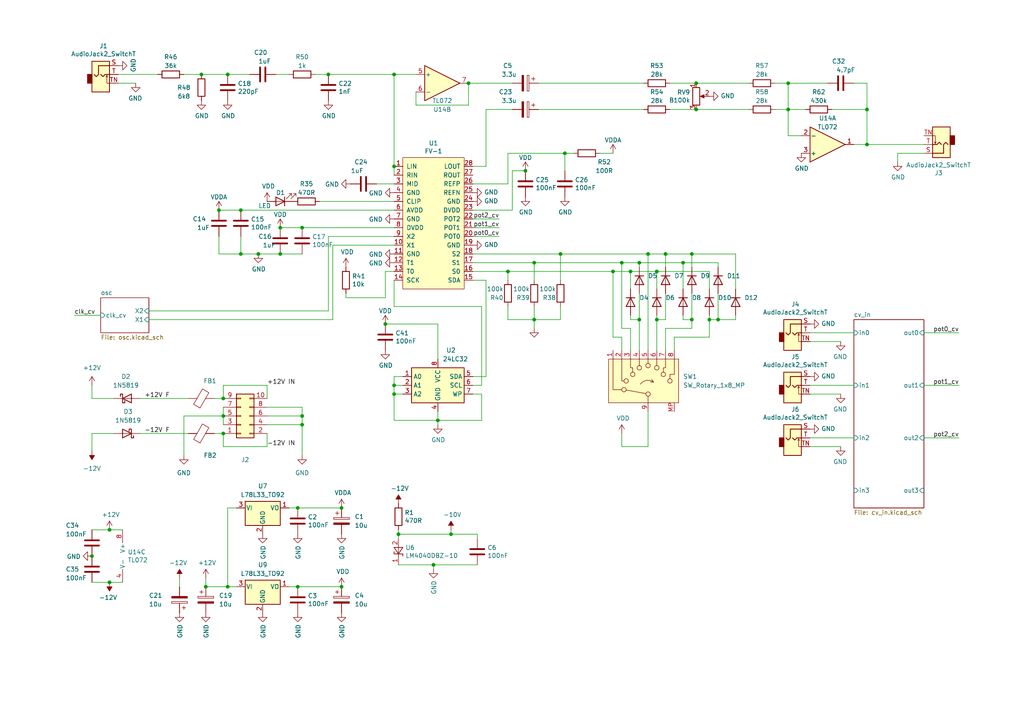
<source format=kicad_sch>
(kicad_sch (version 20250114) (generator "eeschema") (generator_version "9.0")
  (paper "A4")
  (title_block (title "Octofex") (date "2026-02-09") (rev "1"))
  (lib_symbols
    (symbol "Amplifier_Operational:TL072" (pin_names (offset 0.127))
      (property "Reference" "U" (at 0 5.08 0))
      (property "Value" "TL072" (at 0 -5.08 0))
      (symbol "TL072_1_1"
        (pin input line (at -7.62 2.54 0) (length 2.54) (name "+") (number "3"))
        (pin input line (at -7.62 -2.54 0) (length 2.54) (name "-") (number "2"))
        (pin output line (at 7.62 0 180) (length 2.54) (name "~") (number "1"))
      )
      (symbol "TL072_2_1"
        (pin input line (at -7.62 2.54 0) (length 2.54) (name "+") (number "5"))
        (pin input line (at -7.62 -2.54 0) (length 2.54) (name "-") (number "6"))
        (pin output line (at 7.62 0 180) (length 2.54) (name "~") (number "7"))
      )
      (symbol "TL072_3_1"
        (pin power_in line (at -2.54 7.62 270) (length 3.81) (name "V+") (number "8"))
        (pin power_in line (at -2.54 -7.62 90) (length 3.81) (name "V-") (number "4"))
      )
    )
    (symbol "Connector_Generic:Conn_02x05_Odd_Even" (pin_names (offset 1.016) (hide yes))
      (property "Reference" "J" (at 1.27 7.62 0))
      (property "Value" "Conn_02x05_Odd_Even" (at 1.27 -7.62 0))
      (symbol "Conn_02x05_Odd_Even_1_1"
        (pin passive line (at -5.08 5.08 0) (length 3.81) (name "Pin_1") (number "1"))
        (pin passive line (at -5.08 2.54 0) (length 3.81) (name "Pin_3") (number "3"))
        (pin passive line (at -5.08 0 0) (length 3.81) (name "Pin_5") (number "5"))
        (pin passive line (at -5.08 -2.54 0) (length 3.81) (name "Pin_7") (number "7"))
        (pin passive line (at -5.08 -5.08 0) (length 3.81) (name "Pin_9") (number "9"))
        (pin passive line (at 7.62 5.08 180) (length 3.81) (name "Pin_2") (number "2"))
        (pin passive line (at 7.62 2.54 180) (length 3.81) (name "Pin_4") (number "4"))
        (pin passive line (at 7.62 0 180) (length 3.81) (name "Pin_6") (number "6"))
        (pin passive line (at 7.62 -2.54 180) (length 3.81) (name "Pin_8") (number "8"))
        (pin passive line (at 7.62 -5.08 180) (length 3.81) (name "Pin_10") (number "10"))
      )
    )
    (symbol "Device:C" (pin_numbers (hide yes)) (pin_names (offset 0.254))
      (property "Reference" "C" (at 0.635 2.54 0))
      (property "Value" "C" (at 0.635 -2.54 0))
      (symbol "C_1_1"
        (pin passive line (at 0 3.81 270) (length 2.794) (name "~") (number "1"))
        (pin passive line (at 0 -3.81 90) (length 2.794) (name "~") (number "2"))
      )
    )
    (symbol "Device:C_Polarized" (pin_numbers (hide yes)) (pin_names (offset 0.254))
      (property "Reference" "C" (at 0.635 2.54 0))
      (property "Value" "C_Polarized" (at 0.635 -2.54 0))
      (symbol "C_Polarized_1_1"
        (pin passive line (at 0 3.81 270) (length 2.794) (name "~") (number "1"))
        (pin passive line (at 0 -3.81 90) (length 2.794) (name "~") (number "2"))
      )
    )
    (symbol "Device:FerriteBead" (pin_numbers (hide yes)) (pin_names (offset 0))
      (property "Reference" "FB" (at -3.81 0.635 90))
      (property "Value" "FerriteBead" (at 3.81 0 90))
      (symbol "FerriteBead_1_1"
        (pin passive line (at 0 3.81 270) (length 2.54) (name "~") (number "1"))
        (pin passive line (at 0 -3.81 90) (length 2.54) (name "~") (number "2"))
      )
    )
    (symbol "Device:LED" (pin_numbers (hide yes)) (pin_names (offset 1.016) (hide yes))
      (property "Reference" "D" (at 0 2.54 0))
      (property "Value" "LED" (at 0 -2.54 0))
      (symbol "LED_1_1"
        (pin passive line (at -3.81 0 0) (length 2.54) (name "K") (number "1"))
        (pin passive line (at 3.81 0 180) (length 2.54) (name "A") (number "2"))
      )
    )
    (symbol "Device:R" (pin_numbers (hide yes)) (pin_names (offset 0))
      (property "Reference" "R" (at 2.032 0 90))
      (property "Value" "R" (at 0 0 90))
      (symbol "R_1_1"
        (pin passive line (at 0 3.81 270) (length 1.27) (name "~") (number "1"))
        (pin passive line (at 0 -3.81 90) (length 1.27) (name "~") (number "2"))
      )
    )
    (symbol "Diode:1N4148W" (pin_numbers (hide yes)) (pin_names (hide yes))
      (property "Reference" "D" (at 0 2.54 0))
      (property "Value" "1N4148W" (at 0 -2.54 0))
      (symbol "1N4148W_1_1"
        (pin passive line (at -3.81 0 0) (length 2.54) (name "K") (number "1"))
        (pin passive line (at 3.81 0 180) (length 2.54) (name "A") (number "2"))
      )
    )
    (symbol "Diode:1N5819" (pin_numbers (hide yes)) (pin_names (offset 1.016) (hide yes))
      (property "Reference" "D" (at 0 2.54 0))
      (property "Value" "1N5819" (at 0 -2.54 0))
      (symbol "1N5819_1_1"
        (pin passive line (at -3.81 0 0) (length 2.54) (name "K") (number "1"))
        (pin passive line (at 3.81 0 180) (length 2.54) (name "A") (number "2"))
      )
    )
    (symbol "FV1-rescue:AudioJack2_SwitchT-Connector"
      (property "Reference" "J" (at 0 8.89 0))
      (property "Value" "Connector_AudioJack2_SwitchT" (at 0 6.35 0))
      (symbol "AudioJack2_SwitchT-Connector_1_1"
        (pin passive line (at 5.08 2.54 180) (length 2.54) (name "~") (number "S"))
        (pin passive line (at 5.08 0 180) (length 2.54) (name "~") (number "T"))
        (pin passive line (at 5.08 -2.54 180) (length 2.54) (name "~") (number "TN"))
      )
    )
    (symbol "FV1-rescue:FV-1-benou-audio" (pin_names (offset 1.016))
      (property "Reference" "U" (at -7.62 19.05 0))
      (property "Value" "benou-audio_FV-1" (at 6.35 19.05 0))
      (symbol "FV-1-benou-audio_1_1"
        (pin input line (at -11.43 15.24 0) (length 2.54) (name "LIN") (number "1"))
        (pin input line (at -11.43 12.7 0) (length 2.54) (name "RIN") (number "2"))
        (pin output line (at -11.43 10.16 0) (length 2.54) (name "MID") (number "3"))
        (pin power_in line (at -11.43 7.62 0) (length 2.54) (name "GND") (number "4"))
        (pin open_collector line (at -11.43 5.08 0) (length 2.54) (name "CLIP") (number "5"))
        (pin power_in line (at -11.43 2.54 0) (length 2.54) (name "AVDD") (number "6"))
        (pin power_in line (at -11.43 0 0) (length 2.54) (name "GND") (number "7"))
        (pin power_in line (at -11.43 -2.54 0) (length 2.54) (name "DVDD") (number "8"))
        (pin passive line (at -11.43 -5.08 0) (length 2.54) (name "X2") (number "9"))
        (pin passive line (at -11.43 -7.62 0) (length 2.54) (name "X1") (number "10"))
        (pin power_in line (at -11.43 -10.16 0) (length 2.54) (name "GND") (number "11"))
        (pin input line (at -11.43 -12.7 0) (length 2.54) (name "T1") (number "12"))
        (pin input line (at -11.43 -15.24 0) (length 2.54) (name "T0") (number "13"))
        (pin output line (at -11.43 -17.78 0) (length 2.54) (name "SCK") (number "14"))
        (pin output line (at 11.43 15.24 180) (length 2.54) (name "LOUT") (number "28"))
        (pin output line (at 11.43 12.7 180) (length 2.54) (name "ROUT") (number "27"))
        (pin output line (at 11.43 10.16 180) (length 2.54) (name "REFP") (number "26"))
        (pin output line (at 11.43 7.62 180) (length 2.54) (name "REFN") (number "25"))
        (pin power_in line (at 11.43 5.08 180) (length 2.54) (name "GND") (number "24"))
        (pin power_in line (at 11.43 2.54 180) (length 2.54) (name "DVDD") (number "23"))
        (pin input line (at 11.43 0 180) (length 2.54) (name "POT2") (number "22"))
        (pin input line (at 11.43 -2.54 180) (length 2.54) (name "POT1") (number "21"))
        (pin input line (at 11.43 -5.08 180) (length 2.54) (name "POT0") (number "20"))
        (pin power_in line (at 11.43 -7.62 180) (length 2.54) (name "GND") (number "19"))
        (pin input line (at 11.43 -10.16 180) (length 2.54) (name "S2") (number "18"))
        (pin input line (at 11.43 -12.7 180) (length 2.54) (name "S1") (number "17"))
        (pin input line (at 11.43 -15.24 180) (length 2.54) (name "S0") (number "16"))
        (pin bidirectional line (at 11.43 -17.78 180) (length 2.54) (name "SDA") (number "15"))
      )
    )
    (symbol "FV1-rescue:R_POT-Device" (pin_names (offset 1.016) (hide yes))
      (property "Reference" "RV" (at -4.445 0 90))
      (property "Value" "Device_R_POT" (at -2.54 0 90))
      (symbol "R_POT-Device_1_1"
        (pin passive line (at 0 3.81 270) (length 1.27) (name "1") (number "1"))
        (pin passive line (at 0 -3.81 90) (length 1.27) (name "3") (number "3"))
        (pin passive line (at 3.81 0 180) (length 1.27) (name "2") (number "2"))
      )
    )
    (symbol "Memory_EEPROM:24LC32"
      (property "Reference" "U" (at -6.35 6.35 0))
      (property "Value" "24LC32" (at 1.27 6.35 0))
      (symbol "24LC32_1_1"
        (pin input line (at -10.16 2.54 0) (length 2.54) (name "A0") (number "1"))
        (pin input line (at -10.16 0 0) (length 2.54) (name "A1") (number "2"))
        (pin input line (at -10.16 -2.54 0) (length 2.54) (name "A2") (number "3"))
        (pin power_in line (at 0 7.62 270) (length 2.54) (name "VCC") (number "8"))
        (pin power_in line (at 0 -7.62 90) (length 2.54) (name "GND") (number "4"))
        (pin bidirectional line (at 10.16 2.54 180) (length 2.54) (name "SDA") (number "5"))
        (pin input line (at 10.16 0 180) (length 2.54) (name "SCL") (number "6"))
        (pin input line (at 10.16 -2.54 180) (length 2.54) (name "WP") (number "7"))
      )
    )
    (symbol "Reference_Voltage:LM4040DBZ-10" (pin_names (offset 0.0254) (hide yes))
      (property "Reference" "U" (at 0 2.54 0))
      (property "Value" "LM4040DBZ-10" (at 0 -3.175 0))
      (symbol "LM4040DBZ-10_1_1"
        (pin passive line (at -3.81 0 0) (length 2.54) (name "A") (number "2"))
        (pin passive line (at 3.81 0 180) (length 2.54) (name "K") (number "1"))
      )
    )
    (symbol "Regulator_Linear:L78L33_TO92" (pin_names (offset 0.254))
      (property "Reference" "U" (at -3.81 3.175 0))
      (property "Value" "L78L33_TO92" (at 0 3.175 0))
      (symbol "L78L33_TO92_1_1"
        (pin power_in line (at -7.62 0 0) (length 2.54) (name "VI") (number "3"))
        (pin power_in line (at 0 -7.62 90) (length 2.54) (name "GND") (number "2"))
        (pin power_out line (at 7.62 0 180) (length 2.54) (name "VO") (number "1"))
      )
    )
    (symbol "Switch:SW_Rotary_1x8_MP" (pin_names (hide yes))
      (property "Reference" "SW" (at 0 12.7 0))
      (property "Value" "SW_Rotary_1x8_MP" (at 10.16 -10.16 0))
      (symbol "SW_Rotary_1x8_MP_1_1"
        (pin passive line (at -10.16 0 0) (length 2.54) (name "") (number "9"))
        (pin passive line (at -10.16 -7.62 0) (length 2.54) (name "") (number "MP"))
        (pin passive line (at 7.62 10.16 180) (length 2.54) (name "") (number "1"))
        (pin passive line (at 7.62 7.62 180) (length 2.54) (name "") (number "2"))
        (pin passive line (at 7.62 5.08 180) (length 2.54) (name "") (number "3"))
        (pin passive line (at 7.62 2.54 180) (length 2.54) (name "") (number "4"))
        (pin passive line (at 7.62 0 180) (length 2.54) (name "") (number "5"))
        (pin passive line (at 7.62 -2.54 180) (length 2.54) (name "") (number "6"))
        (pin passive line (at 7.62 -5.08 180) (length 2.54) (name "") (number "7"))
        (pin passive line (at 7.62 -7.62 180) (length 2.54) (name "") (number "8"))
      )
    )
    (symbol "power:+12V" (power) (pin_names (offset 0))
      (property "Value" "+12V" (at 0 3.556 0))
      (symbol "+12V_1_1"
        (pin power_in line (at 0 0 90) (length 0) (hide yes) (name "+12V") (number "1"))
      )
    )
    (symbol "power:-10V" (power) (pin_names (offset 0))
      (property "Value" "-10V" (at 0 3.81 0))
      (symbol "-10V_0_0"
        (pin power_in line (at 0 0 90) (length 0) (hide yes) (name "-10V") (number "1"))
      )
    )
    (symbol "power:-12V" (power) (pin_names (offset 0))
      (property "Value" "-12V" (at 0 3.81 0))
      (symbol "-12V_0_0"
        (pin power_in line (at 0 0 90) (length 0) (hide yes) (name "-12V") (number "1"))
      )
    )
    (symbol "power:GND" (power) (pin_names (offset 0))
      (property "Value" "GND" (at 0 -3.81 0))
      (symbol "GND_1_1"
        (pin power_in line (at 0 0 270) (length 0) (hide yes) (name "GND") (number "1"))
      )
    )
    (symbol "power:VDD" (power) (pin_names (offset 0))
      (property "Value" "VDD" (at 0 3.81 0))
      (symbol "VDD_1_1"
        (pin power_in line (at 0 0 90) (length 0) (hide yes) (name "VDD") (number "1"))
      )
    )
    (symbol "power:VDDA" (power) (pin_names (offset 0))
      (property "Value" "VDDA" (at 0 3.81 0))
      (symbol "VDDA_1_1"
        (pin power_in line (at 0 0 90) (length 0) (hide yes) (name "VDDA") (number "1"))
      )
    )
  )
  (junction (at 154.94 76.2))
  (junction (at 185.42 92.71))
  (junction (at 180.34 76.2))
  (junction (at 152.4 49.53))
  (junction (at 228.6 31.75))
  (junction (at 198.12 76.2))
  (junction (at 111.76 93.98))
  (junction (at 64.77 125.73))
  (junction (at 58.42 21.59))
  (junction (at 127 121.92))
  (junction (at 99.06 147.32))
  (junction (at 81.28 66.04))
  (junction (at 185.42 76.2))
  (junction (at 87.63 66.04))
  (junction (at 200.66 92.71))
  (junction (at 59.69 170.18))
  (junction (at 64.77 120.65))
  (junction (at 162.56 73.66))
  (junction (at 81.28 73.66))
  (junction (at 87.63 120.65))
  (junction (at 87.63 123.19))
  (junction (at 114.3 111.76))
  (junction (at 147.32 78.74))
  (junction (at 31.75 153.67))
  (junction (at 114.3 21.59))
  (junction (at 74.93 73.66))
  (junction (at 193.04 73.66))
  (junction (at 251.46 41.91))
  (junction (at 95.25 21.59))
  (junction (at 190.5 92.71))
  (junction (at 163.83 44.45))
  (junction (at 66.04 170.18))
  (junction (at 86.36 147.32))
  (junction (at 182.88 78.74))
  (junction (at 69.85 73.66))
  (junction (at 26.67 161.29))
  (junction (at 99.06 170.18))
  (junction (at 190.5 78.74))
  (junction (at 200.66 73.66))
  (junction (at 86.36 170.18))
  (junction (at 31.75 168.91))
  (junction (at 187.96 73.66))
  (junction (at 114.3 48.26))
  (junction (at 177.8 78.74))
  (junction (at 135.89 24.13))
  (junction (at 201.93 24.13))
  (junction (at 69.85 60.96))
  (junction (at 154.94 92.71))
  (junction (at 115.57 154.94))
  (junction (at 66.04 21.59))
  (junction (at 208.28 92.71))
  (junction (at 228.6 24.13))
  (junction (at 251.46 31.75))
  (junction (at 201.93 31.75))
  (junction (at 114.3 114.3))
  (junction (at 130.81 154.94))
  (junction (at 64.77 115.57))
  (junction (at 63.5 60.96))
  (junction (at 205.74 92.71))
  (junction (at 125.73 163.83))
  (wire (pts (xy 135.89 24.13) (xy 148.59 24.13)))
  (wire (pts (xy 200.66 85.09) (xy 200.66 92.71)))
  (wire (pts (xy 68.58 147.32) (xy 66.04 147.32)))
  (wire (pts (xy 115.57 154.94) (xy 115.57 156.21)))
  (wire (pts (xy 140.97 48.26) (xy 140.97 31.75)))
  (wire (pts (xy 208.28 85.09) (xy 208.28 92.71)))
  (wire (pts (xy 114.3 114.3) (xy 114.3 121.92)))
  (wire (pts (xy 278.13 127) (xy 267.97 127)))
  (wire (pts (xy 137.16 114.3) (xy 139.7 114.3)))
  (wire (pts (xy 200.66 73.66) (xy 193.04 73.66)))
  (wire (pts (xy 144.78 66.04) (xy 137.16 66.04)))
  (wire (pts (xy 21.59 91.44) (xy 29.21 91.44)))
  (wire (pts (xy 198.12 83.82) (xy 198.12 76.2)))
  (wire (pts (xy 114.3 21.59) (xy 120.65 21.59)))
  (wire (pts (xy 190.5 91.44) (xy 190.5 92.71)))
  (wire (pts (xy 140.97 81.28) (xy 140.97 109.22)))
  (wire (pts (xy 111.76 93.98) (xy 127 93.98)))
  (wire (pts (xy 63.5 68.58) (xy 63.5 73.66)))
  (wire (pts (xy 194.31 31.75) (xy 201.93 31.75)))
  (wire (pts (xy 77.47 111.76) (xy 64.77 111.76)))
  (wire (pts (xy 228.6 24.13) (xy 224.79 24.13)))
  (wire (pts (xy 137.16 48.26) (xy 140.97 48.26)))
  (wire (pts (xy 147.32 78.74) (xy 177.8 78.74)))
  (wire (pts (xy 95.25 68.58) (xy 114.3 68.58)))
  (wire (pts (xy 114.3 121.92) (xy 127 121.92)))
  (wire (pts (xy 154.94 76.2) (xy 154.94 81.28)))
  (wire (pts (xy 87.63 66.04) (xy 81.28 66.04)))
  (wire (pts (xy 137.16 81.28) (xy 140.97 81.28)))
  (wire (pts (xy 180.34 125.73) (xy 180.34 129.54)))
  (wire (pts (xy 148.59 49.53) (xy 152.4 49.53)))
  (wire (pts (xy 198.12 92.71) (xy 200.66 92.71)))
  (wire (pts (xy 193.04 77.47) (xy 193.04 73.66)))
  (wire (pts (xy 95.25 21.59) (xy 114.3 21.59)))
  (wire (pts (xy 251.46 24.13) (xy 247.65 24.13)))
  (wire (pts (xy 200.66 92.71) (xy 200.66 95.25)))
  (wire (pts (xy 154.94 92.71) (xy 154.94 95.25)))
  (wire (pts (xy 234.95 127) (xy 247.65 127)))
  (wire (pts (xy 77.47 129.54) (xy 64.77 129.54)))
  (wire (pts (xy 137.16 109.22) (xy 140.97 109.22)))
  (wire (pts (xy 193.04 95.25) (xy 193.04 101.6)))
  (wire (pts (xy 74.93 73.66) (xy 81.28 73.66)))
  (wire (pts (xy 193.04 92.71) (xy 190.5 92.71)))
  (wire (pts (xy 182.88 101.6) (xy 182.88 95.25)))
  (wire (pts (xy 200.66 77.47) (xy 200.66 73.66)))
  (wire (pts (xy 137.16 78.74) (xy 147.32 78.74)))
  (wire (pts (xy 135.89 30.48) (xy 135.89 24.13)))
  (wire (pts (xy 278.13 111.76) (xy 267.97 111.76)))
  (wire (pts (xy 180.34 101.6) (xy 180.34 97.79)))
  (wire (pts (xy 77.47 123.19) (xy 87.63 123.19)))
  (wire (pts (xy 40.64 115.57) (xy 54.61 115.57)))
  (wire (pts (xy 162.56 73.66) (xy 162.56 81.28)))
  (wire (pts (xy 111.76 86.36) (xy 111.76 78.74)))
  (wire (pts (xy 69.85 60.96) (xy 114.3 60.96)))
  (wire (pts (xy 87.63 123.19) (xy 87.63 132.08)))
  (wire (pts (xy 182.88 91.44) (xy 182.88 92.71)))
  (wire (pts (xy 120.65 30.48) (xy 135.89 30.48)))
  (wire (pts (xy 205.74 83.82) (xy 205.74 78.74)))
  (wire (pts (xy 144.78 63.5) (xy 137.16 63.5)))
  (wire (pts (xy 35.56 168.91) (xy 31.75 168.91)))
  (wire (pts (xy 83.82 147.32) (xy 86.36 147.32)))
  (wire (pts (xy 125.73 163.83) (xy 138.43 163.83)))
  (wire (pts (xy 111.76 78.74) (xy 114.3 78.74)))
  (wire (pts (xy 148.59 60.96) (xy 148.59 49.53)))
  (wire (pts (xy 162.56 73.66) (xy 187.96 73.66)))
  (wire (pts (xy 224.79 31.75) (xy 228.6 31.75)))
  (wire (pts (xy 180.34 76.2) (xy 180.34 95.25)))
  (wire (pts (xy 66.04 170.18) (xy 68.58 170.18)))
  (wire (pts (xy 144.78 68.58) (xy 137.16 68.58)))
  (wire (pts (xy 137.16 111.76) (xy 139.7 111.76)))
  (wire (pts (xy 114.3 50.8) (xy 114.3 48.26)))
  (wire (pts (xy 114.3 111.76) (xy 114.3 114.3)))
  (wire (pts (xy 187.96 119.38) (xy 187.96 129.54)))
  (wire (pts (xy 138.43 154.94) (xy 138.43 156.21)))
  (wire (pts (xy 34.29 24.13) (xy 39.37 24.13)))
  (wire (pts (xy 137.16 73.66) (xy 162.56 73.66)))
  (wire (pts (xy 243.84 114.3) (xy 234.95 114.3)))
  (wire (pts (xy 100.33 85.09) (xy 100.33 86.36)))
  (wire (pts (xy 190.5 78.74) (xy 182.88 78.74)))
  (wire (pts (xy 95.25 90.17) (xy 95.25 68.58)))
  (wire (pts (xy 63.5 73.66) (xy 69.85 73.66)))
  (wire (pts (xy 31.75 153.67) (xy 35.56 153.67)))
  (wire (pts (xy 100.33 86.36) (xy 111.76 86.36)))
  (wire (pts (xy 140.97 31.75) (xy 148.59 31.75)))
  (wire (pts (xy 130.81 153.67) (xy 130.81 154.94)))
  (wire (pts (xy 156.21 24.13) (xy 186.69 24.13)))
  (wire (pts (xy 33.02 125.73) (xy 26.67 125.73)))
  (wire (pts (xy 80.01 21.59) (xy 83.82 21.59)))
  (wire (pts (xy 195.58 97.79) (xy 205.74 97.79)))
  (wire (pts (xy 182.88 83.82) (xy 182.88 78.74)))
  (wire (pts (xy 208.28 92.71) (xy 205.74 92.71)))
  (wire (pts (xy 64.77 120.65) (xy 64.77 123.19)))
  (wire (pts (xy 228.6 39.37) (xy 228.6 31.75)))
  (wire (pts (xy 187.96 73.66) (xy 187.96 101.6)))
  (wire (pts (xy 185.42 76.2) (xy 180.34 76.2)))
  (wire (pts (xy 64.77 125.73) (xy 62.23 125.73)))
  (wire (pts (xy 190.5 83.82) (xy 190.5 78.74)))
  (wire (pts (xy 166.37 44.45) (xy 163.83 44.45)))
  (wire (pts (xy 147.32 92.71) (xy 154.94 92.71)))
  (wire (pts (xy 147.32 92.71) (xy 147.32 88.9)))
  (wire (pts (xy 87.63 120.65) (xy 87.63 123.19)))
  (wire (pts (xy 182.88 95.25) (xy 180.34 95.25)))
  (wire (pts (xy 34.29 21.59) (xy 45.72 21.59)))
  (wire (pts (xy 162.56 92.71) (xy 162.56 88.9)))
  (wire (pts (xy 137.16 60.96) (xy 148.59 60.96)))
  (wire (pts (xy 91.44 21.59) (xy 95.25 21.59)))
  (wire (pts (xy 52.07 167.64) (xy 52.07 170.18)))
  (wire (pts (xy 115.57 153.67) (xy 115.57 154.94)))
  (wire (pts (xy 213.36 92.71) (xy 208.28 92.71)))
  (wire (pts (xy 125.73 163.83) (xy 125.73 165.1)))
  (wire (pts (xy 63.5 60.96) (xy 69.85 60.96)))
  (wire (pts (xy 53.34 132.08) (xy 53.34 120.65)))
  (wire (pts (xy 228.6 31.75) (xy 233.68 31.75)))
  (wire (pts (xy 83.82 170.18) (xy 86.36 170.18)))
  (wire (pts (xy 213.36 73.66) (xy 200.66 73.66)))
  (wire (pts (xy 185.42 92.71) (xy 182.88 92.71)))
  (wire (pts (xy 232.41 39.37) (xy 228.6 39.37)))
  (wire (pts (xy 114.3 21.59) (xy 114.3 48.26)))
  (wire (pts (xy 86.36 170.18) (xy 99.06 170.18)))
  (wire (pts (xy 195.58 97.79) (xy 195.58 101.6)))
  (wire (pts (xy 208.28 77.47) (xy 208.28 76.2)))
  (wire (pts (xy 114.3 66.04) (xy 87.63 66.04)))
  (wire (pts (xy 228.6 24.13) (xy 240.03 24.13)))
  (wire (pts (xy 120.65 26.67) (xy 120.65 30.48)))
  (wire (pts (xy 66.04 147.32) (xy 66.04 170.18)))
  (wire (pts (xy 26.67 115.57) (xy 33.02 115.57)))
  (wire (pts (xy 86.36 147.32) (xy 99.06 147.32)))
  (wire (pts (xy 40.64 125.73) (xy 54.61 125.73)))
  (wire (pts (xy 213.36 83.82) (xy 213.36 73.66)))
  (wire (pts (xy 77.47 115.57) (xy 77.47 111.76)))
  (wire (pts (xy 180.34 129.54) (xy 187.96 129.54)))
  (wire (pts (xy 31.75 168.91) (xy 26.67 168.91)))
  (wire (pts (xy 81.28 73.66) (xy 87.63 73.66)))
  (wire (pts (xy 43.18 92.71) (xy 96.52 92.71)))
  (wire (pts (xy 59.69 170.18) (xy 66.04 170.18)))
  (wire (pts (xy 251.46 41.91) (xy 247.65 41.91)))
  (wire (pts (xy 127 104.14) (xy 127 93.98)))
  (wire (pts (xy 251.46 31.75) (xy 251.46 41.91)))
  (wire (pts (xy 92.71 58.42) (xy 114.3 58.42)))
  (wire (pts (xy 96.52 92.71) (xy 96.52 71.12)))
  (wire (pts (xy 185.42 92.71) (xy 185.42 101.6)))
  (wire (pts (xy 193.04 85.09) (xy 193.04 92.71)))
  (wire (pts (xy 130.81 154.94) (xy 138.43 154.94)))
  (wire (pts (xy 213.36 91.44) (xy 213.36 92.71)))
  (wire (pts (xy 64.77 129.54) (xy 64.77 125.73)))
  (wire (pts (xy 182.88 78.74) (xy 177.8 78.74)))
  (wire (pts (xy 77.47 125.73) (xy 77.47 129.54)))
  (wire (pts (xy 205.74 97.79) (xy 205.74 92.71)))
  (wire (pts (xy 96.52 71.12) (xy 114.3 71.12)))
  (wire (pts (xy 251.46 24.13) (xy 251.46 31.75)))
  (wire (pts (xy 114.3 88.9) (xy 114.3 81.28)))
  (wire (pts (xy 154.94 76.2) (xy 180.34 76.2)))
  (wire (pts (xy 53.34 120.65) (xy 64.77 120.65)))
  (wire (pts (xy 194.31 24.13) (xy 201.93 24.13)))
  (wire (pts (xy 26.67 153.67) (xy 31.75 153.67)))
  (wire (pts (xy 139.7 88.9) (xy 139.7 111.76)))
  (wire (pts (xy 64.77 115.57) (xy 62.23 115.57)))
  (wire (pts (xy 137.16 76.2) (xy 154.94 76.2)))
  (wire (pts (xy 77.47 118.11) (xy 87.63 118.11)))
  (wire (pts (xy 260.35 46.99) (xy 260.35 44.45)))
  (wire (pts (xy 43.18 90.17) (xy 95.25 90.17)))
  (wire (pts (xy 185.42 77.47) (xy 185.42 76.2)))
  (wire (pts (xy 87.63 118.11) (xy 87.63 120.65)))
  (wire (pts (xy 243.84 99.06) (xy 234.95 99.06)))
  (wire (pts (xy 163.83 49.53) (xy 163.83 44.45)))
  (wire (pts (xy 53.34 21.59) (xy 58.42 21.59)))
  (wire (pts (xy 228.6 24.13) (xy 228.6 31.75)))
  (wire (pts (xy 190.5 92.71) (xy 190.5 101.6)))
  (wire (pts (xy 115.57 154.94) (xy 130.81 154.94)))
  (wire (pts (xy 193.04 73.66) (xy 187.96 73.66)))
  (wire (pts (xy 69.85 68.58) (xy 69.85 73.66)))
  (wire (pts (xy 241.3 31.75) (xy 251.46 31.75)))
  (wire (pts (xy 116.84 111.76) (xy 114.3 111.76)))
  (wire (pts (xy 59.69 167.64) (xy 59.69 170.18)))
  (wire (pts (xy 114.3 109.22) (xy 114.3 111.76)))
  (wire (pts (xy 201.93 24.13) (xy 217.17 24.13)))
  (wire (pts (xy 116.84 109.22) (xy 114.3 109.22)))
  (wire (pts (xy 243.84 129.54) (xy 234.95 129.54)))
  (wire (pts (xy 114.3 114.3) (xy 116.84 114.3)))
  (wire (pts (xy 127 121.92) (xy 127 119.38)))
  (wire (pts (xy 278.13 96.52) (xy 267.97 96.52)))
  (wire (pts (xy 139.7 121.92) (xy 127 121.92)))
  (wire (pts (xy 26.67 125.73) (xy 26.67 130.81)))
  (wire (pts (xy 198.12 91.44) (xy 198.12 92.71)))
  (wire (pts (xy 147.32 44.45) (xy 163.83 44.45)))
  (wire (pts (xy 58.42 21.59) (xy 66.04 21.59)))
  (wire (pts (xy 177.8 97.79) (xy 177.8 78.74)))
  (wire (pts (xy 205.74 78.74) (xy 190.5 78.74)))
  (wire (pts (xy 127 121.92) (xy 127 123.19)))
  (wire (pts (xy 66.04 21.59) (xy 72.39 21.59)))
  (wire (pts (xy 185.42 85.09) (xy 185.42 92.71)))
  (wire (pts (xy 147.32 78.74) (xy 147.32 81.28)))
  (wire (pts (xy 26.67 111.76) (xy 26.67 115.57)))
  (wire (pts (xy 198.12 76.2) (xy 185.42 76.2)))
  (wire (pts (xy 114.3 88.9) (xy 139.7 88.9)))
  (wire (pts (xy 154.94 92.71) (xy 154.94 88.9)))
  (wire (pts (xy 193.04 95.25) (xy 200.66 95.25)))
  (wire (pts (xy 177.8 44.45) (xy 173.99 44.45)))
  (wire (pts (xy 109.22 53.34) (xy 114.3 53.34)))
  (wire (pts (xy 180.34 97.79) (xy 177.8 97.79)))
  (wire (pts (xy 234.95 111.76) (xy 247.65 111.76)))
  (wire (pts (xy 115.57 163.83) (xy 125.73 163.83)))
  (wire (pts (xy 64.77 111.76) (xy 64.77 115.57)))
  (wire (pts (xy 201.93 31.75) (xy 217.17 31.75)))
  (wire (pts (xy 234.95 96.52) (xy 247.65 96.52)))
  (wire (pts (xy 69.85 73.66) (xy 74.93 73.66)))
  (wire (pts (xy 147.32 53.34) (xy 137.16 53.34)))
  (wire (pts (xy 162.56 92.71) (xy 154.94 92.71)))
  (wire (pts (xy 208.28 76.2) (xy 198.12 76.2)))
  (wire (pts (xy 77.47 120.65) (xy 87.63 120.65)))
  (wire (pts (xy 156.21 31.75) (xy 186.69 31.75)))
  (wire (pts (xy 205.74 92.71) (xy 205.74 91.44)))
  (wire (pts (xy 147.32 44.45) (xy 147.32 53.34)))
  (wire (pts (xy 64.77 118.11) (xy 64.77 120.65)))
  (wire (pts (xy 267.97 41.91) (xy 251.46 41.91)))
  (wire (pts (xy 139.7 114.3) (xy 139.7 121.92)))
  (wire (pts (xy 260.35 44.45) (xy 267.97 44.45)))
  (label "pot2_cv" (at 144.78 63.5 180))
  (label "pot0_cv" (at 144.78 68.58 180))
  (label "+12V IN" (at 77.47 111.76 0))
  (label "pot1_cv" (at 144.78 66.04 180))
  (label "pot1_cv" (at 278.13 111.76 180))
  (label "-12V IN" (at 77.47 129.54 0))
  (label "-12V F" (at 41.91 125.73 0))
  (label "+12V F" (at 41.91 115.57 0))
  (label "pot2_cv" (at 278.13 127 180))
  (label "clk_cv" (at 21.59 91.44 0))
  (label "pot0_cv" (at 278.13 96.52 180))
  (symbol (lib_id "FV1-rescue:FV-1-benou-audio") (at 125.73 63.5 0) (unit 1)
    (property "Reference" "U1" (at 125.73 41.529 0))
    (property "Value" "FV-1" (at 125.73 43.8404 0))
    (property "Footprint" "TG:FV-1" (effects (hide yes)))
    (property "Datasheet" "http://www.spinsemi.com/Products/datasheets/spn1001/FV-1.pdf" (effects (hide yes)))
  )
  (symbol (lib_id "Memory_EEPROM:24LC32") (at 127 111.76 0) (unit 1)
    (property "Reference" "U2" (at 130.81 101.6 0))
    (property "Value" "24LC32" (at 132.08 104.14 0))
    (property "Footprint" "Package_DIP:DIP-8_W7.62mm" (effects (hide yes)))
    (property "Datasheet" "http://ww1.microchip.com/downloads/en/DeviceDoc/21072G.pdf" (effects (hide yes)))
  )
  (symbol (lib_id "FV1-rescue:AudioJack2_SwitchT-Connector") (at 29.21 21.59 0) (unit 1)
    (property "Reference" "J1" (at 30.0228 13.335 0))
    (property "Value" "AudioJack2_SwitchT" (at 30.0228 15.6464 0))
    (property "Footprint" "TG:Jack_3.5mm_QingPu_WQP-PJ398SM_Vertical_CircularHoles" (effects (hide yes)))
  )
  (symbol (lib_id "Device:C") (at 86.36 173.99 0) (unit 1)
    (property "Reference" "C3" (at 89.281 172.8216 0) (effects (justify left)))
    (property "Value" "100nF" (at 89.281 175.133 0) (effects (justify left)))
    (property "Footprint" "Capacitor_SMD:C_0805_2012Metric_Pad1.18x1.45mm_HandSolder" (effects (hide yes)))
  )
  (symbol (lib_id "Reference_Voltage:LM4040DBZ-10") (at 115.57 160.02 270) (unit 1)
    (property "Reference" "U6" (at 117.5766 158.8516 90) (effects (justify left)))
    (property "Value" "LM4040DBZ-10" (at 117.5766 161.163 90) (effects (justify left)))
    (property "Footprint" "Package_TO_SOT_SMD:SOT-23" (effects (hide yes)))
    (property "Datasheet" "http://www.ti.com/lit/ds/symlink/lm4040-n.pdf" (effects (hide yes)))
  )
  (symbol (lib_id "power:-12V") (at 115.57 146.05 0) (unit 1)
    (property "Reference" "#PWR011" (effects (hide yes)))
    (property "Value" "-12V" (at 115.951 141.6558 0))
  )
  (symbol (lib_id "Device:R") (at 115.57 149.86 0) (unit 1)
    (property "Reference" "R1" (at 117.348 148.6916 0) (effects (justify left)))
    (property "Value" "470R" (at 117.348 151.003 0) (effects (justify left)))
    (property "Footprint" "Resistor_SMD:R_0805_2012Metric_Pad1.20x1.40mm_HandSolder" (effects (hide yes)))
  )
  (symbol (lib_id "Device:C") (at 138.43 160.02 0) (unit 1)
    (property "Reference" "C6" (at 141.351 158.8516 0) (effects (justify left)))
    (property "Value" "100nF" (at 141.351 161.163 0) (effects (justify left)))
    (property "Footprint" "Capacitor_SMD:C_0805_2012Metric_Pad1.18x1.45mm_HandSolder" (effects (hide yes)))
  )
  (symbol (lib_id "power:GND") (at 125.73 165.1 0) (unit 1)
    (property "Reference" "#PWR012" (effects (hide yes)))
    (property "Value" "GND" (at 125.857 168.3512 90) (effects (justify right)))
  )
  (symbol (lib_id "Device:C") (at 86.36 151.13 0) (unit 1)
    (property "Reference" "C2" (at 89.281 149.9616 0) (effects (justify left)))
    (property "Value" "100nF" (at 89.281 152.273 0) (effects (justify left)))
    (property "Footprint" "Capacitor_SMD:C_0805_2012Metric_Pad1.18x1.45mm_HandSolder" (effects (hide yes)))
  )
  (symbol (lib_id "power:+12V") (at 59.69 167.64 0) (unit 1)
    (property "Reference" "#PWR01" (effects (hide yes)))
    (property "Value" "+12V" (at 60.071 163.2458 0))
  )
  (symbol (lib_id "power:GND") (at 59.69 177.8 0) (unit 1)
    (property "Reference" "#PWR02" (effects (hide yes)))
    (property "Value" "GND" (at 59.817 181.0512 90) (effects (justify right)))
  )
  (symbol (lib_id "power:GND") (at 76.2 177.8 0) (unit 1)
    (property "Reference" "#PWR04" (effects (hide yes)))
    (property "Value" "GND" (at 76.327 181.0512 90) (effects (justify right)))
  )
  (symbol (lib_id "power:GND") (at 86.36 177.8 0) (unit 1)
    (property "Reference" "#PWR06" (effects (hide yes)))
    (property "Value" "GND" (at 86.487 181.0512 90) (effects (justify right)))
  )
  (symbol (lib_id "power:GND") (at 99.06 177.8 0) (unit 1)
    (property "Reference" "#PWR010" (effects (hide yes)))
    (property "Value" "GND" (at 99.187 181.0512 90) (effects (justify right)))
  )
  (symbol (lib_id "power:GND") (at 99.06 154.94 0) (unit 1)
    (property "Reference" "#PWR08" (effects (hide yes)))
    (property "Value" "GND" (at 99.187 158.1912 90) (effects (justify right)))
  )
  (symbol (lib_id "power:GND") (at 86.36 154.94 0) (unit 1)
    (property "Reference" "#PWR05" (effects (hide yes)))
    (property "Value" "GND" (at 86.487 158.1912 90) (effects (justify right)))
  )
  (symbol (lib_id "power:GND") (at 76.2 154.94 0) (unit 1)
    (property "Reference" "#PWR03" (effects (hide yes)))
    (property "Value" "GND" (at 76.327 158.1912 90) (effects (justify right)))
  )
  (symbol (lib_id "power:VDDA") (at 99.06 147.32 0) (unit 1)
    (property "Reference" "#PWR07" (effects (hide yes)))
    (property "Value" "VDDA" (at 99.441 142.9258 0))
  )
  (symbol (lib_id "power:VDD") (at 99.06 170.18 0) (unit 1)
    (property "Reference" "#PWR09" (effects (hide yes)))
    (property "Value" "VDD" (at 99.441 165.7858 0))
  )
  (symbol (lib_id "FV1-rescue:AudioJack2_SwitchT-Connector") (at 229.87 96.52 0) (unit 1)
    (property "Reference" "J4" (at 230.6828 88.265 0))
    (property "Value" "AudioJack2_SwitchT" (at 230.6828 90.5764 0))
    (property "Footprint" "TG:Jack_3.5mm_QingPu_WQP-PJ398SM_Vertical_CircularHoles" (effects (hide yes)))
  )
  (symbol (lib_id "FV1-rescue:AudioJack2_SwitchT-Connector") (at 229.87 111.76 0) (unit 1)
    (property "Reference" "J5" (at 230.6828 103.505 0))
    (property "Value" "AudioJack2_SwitchT" (at 230.6828 105.8164 0))
    (property "Footprint" "TG:Jack_3.5mm_QingPu_WQP-PJ398SM_Vertical_CircularHoles" (effects (hide yes)))
  )
  (symbol (lib_id "FV1-rescue:AudioJack2_SwitchT-Connector") (at 229.87 127 0) (unit 1)
    (property "Reference" "J6" (at 230.6828 118.745 0))
    (property "Value" "AudioJack2_SwitchT" (at 230.6828 121.0564 0))
    (property "Footprint" "TG:Jack_3.5mm_QingPu_WQP-PJ398SM_Vertical_CircularHoles" (effects (hide yes)))
  )
  (symbol (lib_id "power:-10V") (at 130.81 153.67 0) (unit 1)
    (property "Reference" "#PWR017" (effects (hide yes)))
    (property "Value" "-10V" (at 131.191 149.2758 0))
  )
  (symbol (lib_id "Device:C") (at 111.76 97.79 0) (unit 1)
    (property "Reference" "C41" (at 114.681 96.6216 0) (effects (justify left)))
    (property "Value" "100nF" (at 114.681 98.933 0) (effects (justify left)))
    (property "Footprint" "Capacitor_SMD:C_0805_2012Metric_Pad1.18x1.45mm_HandSolder" (effects (hide yes)))
  )
  (symbol (lib_id "power:VDD") (at 111.76 93.98 0) (unit 1)
    (property "Reference" "#PWR080" (effects (hide yes)))
    (property "Value" "VDD" (at 111.76 90.17 0))
  )
  (symbol (lib_id "power:GND") (at 111.76 101.6 0) (unit 1)
    (property "Reference" "#PWR081" (effects (hide yes)))
    (property "Value" "GND" (at 111.887 105.9942 0))
  )
  (symbol (lib_id "Device:R") (at 162.56 85.09 180) (unit 1)
    (property "Reference" "R38" (at 161.29 86.36 0) (effects (justify left)))
    (property "Value" "100k" (at 161.29 83.82 0) (effects (justify left)))
    (property "Footprint" "Resistor_SMD:R_0805_2012Metric_Pad1.20x1.40mm_HandSolder" (effects (hide yes)))
  )
  (symbol (lib_id "Device:R") (at 154.94 85.09 180) (unit 1)
    (property "Reference" "R39" (at 153.67 86.36 0) (effects (justify left)))
    (property "Value" "100k" (at 153.67 83.82 0) (effects (justify left)))
    (property "Footprint" "Resistor_SMD:R_0805_2012Metric_Pad1.20x1.40mm_HandSolder" (effects (hide yes)))
  )
  (symbol (lib_id "Device:R") (at 147.32 85.09 180) (unit 1)
    (property "Reference" "R40" (at 146.05 86.36 0) (effects (justify left)))
    (property "Value" "100k" (at 146.05 83.82 0) (effects (justify left)))
    (property "Footprint" "Resistor_SMD:R_0805_2012Metric_Pad1.20x1.40mm_HandSolder" (effects (hide yes)))
  )
  (symbol (lib_id "power:GND") (at 127 123.19 0) (unit 1)
    (property "Reference" "#PWR0111" (effects (hide yes)))
    (property "Value" "GND" (at 127.127 127.5842 0))
  )
  (symbol (lib_id "power:GND") (at 243.84 129.54 0) (mirror y) (unit 1)
    (property "Reference" "#PWR087" (effects (hide yes)))
    (property "Value" "GND" (at 243.713 133.9342 0))
  )
  (symbol (lib_id "power:GND") (at 243.84 114.3 0) (mirror y) (unit 1)
    (property "Reference" "#PWR086" (effects (hide yes)))
    (property "Value" "GND" (at 243.713 118.6942 0))
  )
  (symbol (lib_id "power:GND") (at 243.84 99.06 0) (mirror y) (unit 1)
    (property "Reference" "#PWR085" (effects (hide yes)))
    (property "Value" "GND" (at 243.713 103.4542 0))
  )
  (symbol (lib_id "power:GND") (at 39.37 24.13 0) (mirror y) (unit 1)
    (property "Reference" "#PWR084" (effects (hide yes)))
    (property "Value" "GND" (at 39.243 28.5242 0))
  )
  (symbol (lib_id "power:GND") (at 137.16 71.12 90) (unit 1)
    (property "Reference" "#PWR0125" (effects (hide yes)))
    (property "Value" "GND" (at 140.4112 70.993 90) (effects (justify right)))
  )
  (symbol (lib_id "power:GND") (at 114.3 63.5 270) (unit 1)
    (property "Reference" "#PWR0126" (effects (hide yes)))
    (property "Value" "GND" (at 111.0488 63.627 90) (effects (justify right)))
  )
  (symbol (lib_id "power:GND") (at 114.3 73.66 270) (unit 1)
    (property "Reference" "#PWR0127" (effects (hide yes)))
    (property "Value" "GND" (at 111.0488 73.787 90) (effects (justify right)))
  )
  (symbol (lib_id "power:GND") (at 114.3 76.2 270) (unit 1)
    (property "Reference" "#PWR0128" (effects (hide yes)))
    (property "Value" "GND" (at 111.0488 76.327 90) (effects (justify right)))
  )
  (symbol (lib_id "power:GND") (at 137.16 58.42 90) (unit 1)
    (property "Reference" "#PWR0129" (effects (hide yes)))
    (property "Value" "GND" (at 140.4112 58.293 90) (effects (justify right)))
  )
  (symbol (lib_id "power:GND") (at 114.3 55.88 270) (unit 1)
    (property "Reference" "#PWR0130" (effects (hide yes)))
    (property "Value" "GND" (at 111.0488 56.007 90) (effects (justify right)))
  )
  (symbol (lib_id "Device:LED") (at 81.28 58.42 180) (unit 1)
    (property "Reference" "D1" (at 80.01 55.88 0) (effects (justify right)))
    (property "Value" "LED" (at 74.93 59.69 0) (effects (justify right)))
    (property "Footprint" "LED_THT:LED_D3.0mm" (effects (hide yes)))
  )
  (symbol (lib_id "Device:R") (at 88.9 58.42 90) (unit 1)
    (property "Reference" "R35" (at 88.9 53.34 90))
    (property "Value" "470R" (at 88.9 55.88 90))
    (property "Footprint" "Resistor_SMD:R_0805_2012Metric_Pad1.20x1.40mm_HandSolder" (effects (hide yes)))
  )
  (symbol (lib_id "Device:R") (at 100.33 81.28 0) (unit 1)
    (property "Reference" "R41" (at 102.108 80.1116 0) (effects (justify left)))
    (property "Value" "10k" (at 102.108 82.423 0) (effects (justify left)))
    (property "Footprint" "Resistor_SMD:R_0805_2012Metric_Pad1.20x1.40mm_HandSolder" (effects (hide yes)))
  )
  (symbol (lib_id "power:VDD") (at 77.47 58.42 0) (unit 1)
    (property "Reference" "#PWR031" (effects (hide yes)))
    (property "Value" "VDD" (at 77.851 54.0258 0))
  )
  (symbol (lib_id "power:VDD") (at 100.33 77.47 0) (unit 1)
    (property "Reference" "#PWR033" (effects (hide yes)))
    (property "Value" "VDD" (at 100.711 73.0758 0))
  )
  (symbol (lib_id "power:GND") (at 234.95 93.98 90) (unit 1)
    (property "Reference" "#PWR041" (effects (hide yes)))
    (property "Value" "GND" (at 238.2012 93.853 90) (effects (justify right)))
  )
  (symbol (lib_id "power:GND") (at 234.95 109.22 90) (unit 1)
    (property "Reference" "#PWR042" (effects (hide yes)))
    (property "Value" "GND" (at 238.2012 109.093 90) (effects (justify right)))
  )
  (symbol (lib_id "power:GND") (at 234.95 124.46 90) (unit 1)
    (property "Reference" "#PWR043" (effects (hide yes)))
    (property "Value" "GND" (at 238.2012 124.333 90) (effects (justify right)))
  )
  (symbol (lib_id "Device:C") (at 87.63 69.85 0) (unit 1)
    (property "Reference" "C17" (at 90.551 68.6816 0) (effects (justify left)))
    (property "Value" "100nF" (at 90.551 70.993 0) (effects (justify left)))
    (property "Footprint" "Capacitor_SMD:C_0805_2012Metric_Pad1.18x1.45mm_HandSolder" (effects (hide yes)))
  )
  (symbol (lib_id "Device:C") (at 81.28 69.85 0) (unit 1)
    (property "Reference" "C16" (at 74.93 68.58 0) (effects (justify left)))
    (property "Value" "1uF" (at 76.2 71.12 0) (effects (justify left)))
    (property "Footprint" "Capacitor_SMD:C_0805_2012Metric_Pad1.18x1.45mm_HandSolder" (effects (hide yes)))
  )
  (symbol (lib_id "Device:C") (at 69.85 64.77 0) (unit 1)
    (property "Reference" "C15" (at 72.771 63.6016 0) (effects (justify left)))
    (property "Value" "100nF" (at 72.771 65.913 0) (effects (justify left)))
    (property "Footprint" "Capacitor_SMD:C_0805_2012Metric_Pad1.18x1.45mm_HandSolder" (effects (hide yes)))
  )
  (symbol (lib_id "Device:C") (at 63.5 64.77 0) (unit 1)
    (property "Reference" "C14" (at 55.88 63.5 0) (effects (justify left)))
    (property "Value" "1uF" (at 57.15 66.04 0) (effects (justify left)))
    (property "Footprint" "Capacitor_SMD:C_0805_2012Metric_Pad1.18x1.45mm_HandSolder" (effects (hide yes)))
  )
  (symbol (lib_id "power:GND") (at 74.93 73.66 0) (unit 1)
    (property "Reference" "#PWR0107" (effects (hide yes)))
    (property "Value" "GND" (at 75.057 78.0542 0))
  )
  (symbol (lib_id "power:VDDA") (at 63.5 60.96 0) (unit 1)
    (property "Reference" "#PWR0108" (effects (hide yes)))
    (property "Value" "VDDA" (at 63.5 57.15 0))
  )
  (symbol (lib_id "power:VDD") (at 81.28 66.04 0) (unit 1)
    (property "Reference" "#PWR0119" (effects (hide yes)))
    (property "Value" "VDD" (at 81.28 62.23 0))
  )
  (symbol (lib_id "power:GND") (at 34.29 19.05 90) (unit 1)
    (property "Reference" "#PWR0122" (effects (hide yes)))
    (property "Value" "GND" (at 38.6842 18.923 0))
  )
  (symbol (lib_id "Device:R") (at 49.53 21.59 90) (unit 1)
    (property "Reference" "R46" (at 49.53 16.51 90))
    (property "Value" "36k" (at 49.53 19.05 90))
    (property "Footprint" "Resistor_SMD:R_0805_2012Metric_Pad1.20x1.40mm_HandSolder" (effects (hide yes)))
  )
  (symbol (lib_id "Device:R") (at 58.42 25.4 180) (unit 1)
    (property "Reference" "R48" (at 53.34 25.4 0))
    (property "Value" "6k8" (at 53.34 27.94 0))
    (property "Footprint" "Resistor_SMD:R_0805_2012Metric_Pad1.20x1.40mm_HandSolder" (effects (hide yes)))
  )
  (symbol (lib_id "Device:C") (at 66.04 25.4 0) (unit 1)
    (property "Reference" "C18" (at 68.961 24.2316 0) (effects (justify left)))
    (property "Value" "220pF" (at 68.961 26.543 0) (effects (justify left)))
    (property "Footprint" "Capacitor_SMD:C_0805_2012Metric_Pad1.18x1.45mm_HandSolder" (effects (hide yes)))
  )
  (symbol (lib_id "Device:C") (at 76.2 21.59 270) (unit 1)
    (property "Reference" "C20" (at 73.66 15.24 90) (effects (justify left)))
    (property "Value" "1uF" (at 74.93 17.78 90) (effects (justify left)))
    (property "Footprint" "Capacitor_SMD:C_0805_2012Metric_Pad1.18x1.45mm_HandSolder" (effects (hide yes)))
  )
  (symbol (lib_id "Device:R") (at 87.63 21.59 90) (unit 1)
    (property "Reference" "R50" (at 87.63 16.51 90))
    (property "Value" "1k" (at 87.63 19.05 90))
    (property "Footprint" "Resistor_SMD:R_0805_2012Metric_Pad1.20x1.40mm_HandSolder" (effects (hide yes)))
  )
  (symbol (lib_id "Device:C") (at 95.25 25.4 0) (unit 1)
    (property "Reference" "C22" (at 98.171 24.2316 0) (effects (justify left)))
    (property "Value" "1nF" (at 98.171 26.543 0) (effects (justify left)))
    (property "Footprint" "Capacitor_SMD:C_0805_2012Metric_Pad1.18x1.45mm_HandSolder" (effects (hide yes)))
  )
  (symbol (lib_id "power:GND") (at 58.42 29.21 0) (unit 1)
    (property "Reference" "#PWR053" (effects (hide yes)))
    (property "Value" "GND" (at 58.547 33.6042 0))
  )
  (symbol (lib_id "power:GND") (at 66.04 29.21 0) (unit 1)
    (property "Reference" "#PWR055" (effects (hide yes)))
    (property "Value" "GND" (at 66.167 33.6042 0))
  )
  (symbol (lib_id "power:GND") (at 95.25 29.21 0) (unit 1)
    (property "Reference" "#PWR057" (effects (hide yes)))
    (property "Value" "GND" (at 95.377 33.6042 0))
  )
  (symbol (lib_id "power:GND") (at 137.16 55.88 90) (unit 1)
    (property "Reference" "#PWR060" (effects (hide yes)))
    (property "Value" "GND" (at 140.4112 55.753 90) (effects (justify right)))
  )
  (symbol (lib_id "power:VDDA") (at 177.8 44.45 0) (unit 1)
    (property "Reference" "#PWR064" (effects (hide yes)))
    (property "Value" "VDDA" (at 177.8 40.64 0))
  )
  (symbol (lib_id "Device:R") (at 170.18 44.45 90) (unit 1)
    (property "Reference" "R52" (at 175.26 46.99 90))
    (property "Value" "100R" (at 175.26 49.53 90))
    (property "Footprint" "Resistor_SMD:R_0805_2012Metric_Pad1.20x1.40mm_HandSolder" (effects (hide yes)))
  )
  (symbol (lib_id "power:GND") (at 52.07 177.8 0) (unit 1)
    (property "Reference" "#PWR090" (effects (hide yes)))
    (property "Value" "GND" (at 52.197 181.0512 90) (effects (justify right)))
  )
  (symbol (lib_id "Device:C") (at 163.83 53.34 0) (unit 1)
    (property "Reference" "C26" (at 166.751 52.1716 0) (effects (justify left)))
    (property "Value" "100nF" (at 166.751 54.483 0) (effects (justify left)))
    (property "Footprint" "Capacitor_SMD:C_0805_2012Metric_Pad1.18x1.45mm_HandSolder" (effects (hide yes)))
  )
  (symbol (lib_id "power:-12V") (at 52.07 167.64 0) (mirror y) (unit 1)
    (property "Reference" "#PWR089" (effects (hide yes)))
    (property "Value" "-12V" (at 51.689 163.2458 0))
  )
  (symbol (lib_id "power:GND") (at 163.83 57.15 0) (unit 1)
    (property "Reference" "#PWR063" (effects (hide yes)))
    (property "Value" "GND" (at 163.957 61.5442 0))
  )
  (symbol (lib_id "Device:C") (at 152.4 53.34 0) (unit 1)
    (property "Reference" "C25" (at 155.321 52.1716 0) (effects (justify left)))
    (property "Value" "100nF" (at 155.321 54.483 0) (effects (justify left)))
    (property "Footprint" "Capacitor_SMD:C_0805_2012Metric_Pad1.18x1.45mm_HandSolder" (effects (hide yes)))
  )
  (symbol (lib_id "power:VDD") (at 152.4 49.53 0) (unit 1)
    (property "Reference" "#PWR061" (effects (hide yes)))
    (property "Value" "VDD" (at 152.4 45.72 0))
  )
  (symbol (lib_id "power:GND") (at 152.4 57.15 0) (unit 1)
    (property "Reference" "#PWR062" (effects (hide yes)))
    (property "Value" "GND" (at 152.527 61.5442 0))
  )
  (symbol (lib_id "Device:C") (at 105.41 53.34 90) (unit 1)
    (property "Reference" "C24" (at 106.68 46.99 90) (effects (justify left)))
    (property "Value" "1uF" (at 105.41 49.53 90) (effects (justify left)))
    (property "Footprint" "Capacitor_Tantalum_SMD:CP_EIA-3216-18_Kemet-A_HandSolder" (effects (hide yes)))
  )
  (symbol (lib_id "power:GND") (at 101.6 53.34 270) (unit 1)
    (property "Reference" "#PWR059" (effects (hide yes)))
    (property "Value" "GND" (at 98.3488 53.467 90) (effects (justify right)))
  )
  (symbol (lib_id "Amplifier_Operational:TL072") (at 240.03 41.91 0) (mirror x) (unit 1)
    (property "Reference" "U14" (at 240.03 34.29 0))
    (property "Value" "TL072" (at 240.03 36.83 0))
    (property "Footprint" "Package_SO:SOIC-8_3.9x4.9mm_P1.27mm" (effects (hide yes)))
    (property "Datasheet" "http://www.ti.com/lit/ds/symlink/tl071.pdf" (effects (hide yes)))
  )
  (symbol (lib_id "Amplifier_Operational:TL072") (at 38.1 161.29 0) (unit 3)
    (property "Reference" "U14" (at 37.0332 160.1216 0) (effects (justify left)))
    (property "Value" "TL072" (at 37.0332 162.433 0) (effects (justify left)))
    (property "Footprint" "Package_SO:SOIC-8_3.9x4.9mm_P1.27mm" (effects (hide yes)))
    (property "Datasheet" "http://www.ti.com/lit/ds/symlink/tl071.pdf" (effects (hide yes)))
  )
  (symbol (lib_id "Device:R") (at 237.49 31.75 90) (unit 1)
    (property "Reference" "R62" (at 237.49 26.67 90))
    (property "Value" "430k" (at 237.49 29.21 90))
    (property "Footprint" "Resistor_SMD:R_0805_2012Metric_Pad1.20x1.40mm_HandSolder" (effects (hide yes)))
  )
  (symbol (lib_id "Device:C") (at 243.84 24.13 270) (unit 1)
    (property "Reference" "C32" (at 241.3 17.78 90) (effects (justify left)))
    (property "Value" "4.7pF" (at 242.57 20.32 90) (effects (justify left)))
    (property "Footprint" "Capacitor_SMD:C_0805_2012Metric_Pad1.18x1.45mm_HandSolder" (effects (hide yes)))
  )
  (symbol (lib_id "power:GND") (at 205.74 27.94 90) (unit 1)
    (property "Reference" "#PWR065" (effects (hide yes)))
    (property "Value" "GND" (at 208.9912 27.813 90) (effects (justify right)))
  )
  (symbol (lib_id "Device:R") (at 190.5 24.13 90) (unit 1)
    (property "Reference" "R53" (at 190.5 19.05 90))
    (property "Value" "28k" (at 190.5 21.59 90))
    (property "Footprint" "Resistor_SMD:R_0805_2012Metric_Pad1.20x1.40mm_HandSolder" (effects (hide yes)))
  )
  (symbol (lib_id "Device:R") (at 190.5 31.75 90) (unit 1)
    (property "Reference" "R54" (at 190.5 26.67 90))
    (property "Value" "28k" (at 190.5 29.21 90))
    (property "Footprint" "Resistor_SMD:R_0805_2012Metric_Pad1.20x1.40mm_HandSolder" (effects (hide yes)))
  )
  (symbol (lib_id "Device:R") (at 220.98 24.13 90) (unit 1)
    (property "Reference" "R57" (at 220.98 19.05 90))
    (property "Value" "28k" (at 220.98 21.59 90))
    (property "Footprint" "Resistor_SMD:R_0805_2012Metric_Pad1.20x1.40mm_HandSolder" (effects (hide yes)))
  )
  (symbol (lib_id "Device:R") (at 220.98 31.75 90) (unit 1)
    (property "Reference" "R58" (at 220.98 26.67 90))
    (property "Value" "28k" (at 220.98 29.21 90))
    (property "Footprint" "Resistor_SMD:R_0805_2012Metric_Pad1.20x1.40mm_HandSolder" (effects (hide yes)))
  )
  (symbol (lib_id "power:GND") (at 232.41 44.45 0) (unit 1)
    (property "Reference" "#PWR068" (effects (hide yes)))
    (property "Value" "GND" (at 232.537 48.8442 0))
  )
  (symbol (lib_id "Device:C") (at 26.67 157.48 0) (unit 1)
    (property "Reference" "C34" (at 19.05 152.4 0) (effects (justify left)))
    (property "Value" "100nF" (at 19.05 154.94 0) (effects (justify left)))
    (property "Footprint" "Capacitor_SMD:C_0805_2012Metric_Pad1.18x1.45mm_HandSolder" (effects (hide yes)))
  )
  (symbol (lib_id "Device:C") (at 26.67 165.1 0) (unit 1)
    (property "Reference" "C35" (at 19.05 165.1 0) (effects (justify left)))
    (property "Value" "100nF" (at 19.05 167.64 0) (effects (justify left)))
    (property "Footprint" "Capacitor_SMD:C_0805_2012Metric_Pad1.18x1.45mm_HandSolder" (effects (hide yes)))
  )
  (symbol (lib_id "power:GND") (at 26.67 161.29 270) (unit 1)
    (property "Reference" "#PWR071" (effects (hide yes)))
    (property "Value" "GND" (at 23.4188 161.417 90) (effects (justify right)))
  )
  (symbol (lib_id "power:+12V") (at 31.75 153.67 0) (unit 1)
    (property "Reference" "#PWR0120" (effects (hide yes)))
    (property "Value" "+12V" (at 32.131 149.2758 0))
  )
  (symbol (lib_id "power:-12V") (at 31.75 168.91 180) (unit 1)
    (property "Reference" "#PWR0123" (effects (hide yes)))
    (property "Value" "-12V" (at 31.369 173.3042 0))
  )
  (symbol (lib_id "FV1-rescue:AudioJack2_SwitchT-Connector") (at 273.05 41.91 180) (unit 1)
    (property "Reference" "J3" (at 272.2372 50.165 0))
    (property "Value" "AudioJack2_SwitchT" (at 272.2372 47.8536 0))
    (property "Footprint" "TG:Jack_3.5mm_QingPu_WQP-PJ398SM_Vertical_CircularHoles" (effects (hide yes)))
  )
  (symbol (lib_id "power:GND") (at 260.35 46.99 0) (unit 1)
    (property "Reference" "#PWR066" (effects (hide yes)))
    (property "Value" "GND" (at 260.477 51.3842 0))
  )
  (symbol (lib_id "Regulator_Linear:L78L33_TO92") (at 76.2 170.18 0) (unit 1)
    (property "Reference" "U9" (at 76.2 163.83 0))
    (property "Value" "L78L33_TO92" (at 76.2 166.37 0))
    (property "Footprint" "Package_TO_SOT_THT:TO-92_Inline_Wide" (effects (hide yes)))
    (property "Datasheet" "http://www.st.com/content/ccc/resource/technical/document/datasheet/15/55/e5/aa/23/5b/43/fd/CD00000446.pdf/files/CD00000446.pdf/jcr:content/translations/en.CD00000446.pdf" (effects (hide yes)))
    (property "Description" "Positive 100mA 30V Linear Regulator, Fixed Output 3.3V, TO-92" (effects (hide yes)))
  )
  (symbol (lib_id "Device:C_Polarized") (at 99.06 151.13 0) (unit 1)
    (property "Reference" "C1" (at 102.87 149.86 0) (effects (justify left)))
    (property "Value" "10u" (at 102.87 152.4 0) (effects (justify left)))
    (property "Footprint" "Capacitor_THT:CP_Radial_D5.0mm_P2.50mm" (effects (hide yes)))
  )
  (symbol (lib_id "FV1-rescue:R_POT-Device") (at 201.93 27.94 0) (unit 1)
    (property "Reference" "RV9" (at 200.1774 26.7716 0) (effects (justify right)))
    (property "Value" "B100k" (at 200.1774 29.083 0) (effects (justify right)))
    (property "Footprint" "Potentiometer_THT:Potentiometer_Alpha_RD901F-40-00D_Single_Vertical" (effects (hide yes)))
  )
  (symbol (lib_id "power:GND") (at 87.63 132.08 0) (unit 1)
    (property "Reference" "#PWR035" (effects (hide yes)))
    (property "Value" "GND" (at 87.63 137.16 0))
  )
  (symbol (lib_id "Diode:1N5819") (at 36.83 115.57 0) (unit 1)
    (property "Reference" "D2" (at 36.5125 109.22 0))
    (property "Value" "1N5819" (at 36.5125 111.76 0))
    (property "Footprint" "Diode_THT:D_DO-41_SOD81_P3.81mm_Vertical_AnodeUp" (effects (hide yes)))
    (property "Datasheet" "http://www.vishay.com/docs/88525/1n5817.pdf" (effects (hide yes)))
  )
  (symbol (lib_id "Connector_Generic:Conn_02x05_Odd_Even") (at 69.85 120.65 0) (mirror x) (unit 1)
    (property "Reference" "J2" (at 71.12 133.35 0))
    (property "Value" "Conn_02x05_Odd_Even" (effects (hide yes)))
    (property "Footprint" "TG:EuroRack 10W Power" (effects (hide yes)))
  )
  (symbol (lib_id "Switch:SW_Rotary_1x8_MP") (at 187.96 109.22 90) (unit 1)
    (property "Reference" "SW1" (at 198.12 109.2199 90) (effects (justify right)))
    (property "Value" "SW_Rotary_1x8_MP" (at 198.12 111.7599 90) (effects (justify right)))
    (property "Footprint" "TG:8P1T SW" (effects (hide yes)))
    (property "Description" "Rotary switch 1x8, SP8T with mount point" (effects (hide yes)))
  )
  (symbol (lib_id "Regulator_Linear:L78L33_TO92") (at 76.2 147.32 0) (unit 1)
    (property "Reference" "U7" (at 76.2 140.97 0))
    (property "Value" "L78L33_TO92" (at 76.2 143.51 0))
    (property "Footprint" "Package_TO_SOT_THT:TO-92_Inline_Wide" (effects (hide yes)))
    (property "Datasheet" "http://www.st.com/content/ccc/resource/technical/document/datasheet/15/55/e5/aa/23/5b/43/fd/CD00000446.pdf/files/CD00000446.pdf/jcr:content/translations/en.CD00000446.pdf" (effects (hide yes)))
    (property "Description" "Positive 100mA 30V Linear Regulator, Fixed Output 3.3V, TO-92" (effects (hide yes)))
  )
  (symbol (lib_id "power:GND") (at 154.94 95.25 0) (unit 1)
    (property "Reference" "#PWR036" (effects (hide yes)))
    (property "Value" "GND" (effects (hide yes)))
  )
  (symbol (lib_id "Device:C_Polarized") (at 152.4 31.75 270) (unit 1)
    (property "Reference" "C23" (at 148.59 26.67 90) (effects (justify right)))
    (property "Value" "3.3u" (at 149.86 29.21 90) (effects (justify right)))
    (property "Footprint" "Capacitor_THT:CP_Radial_D5.0mm_P2.50mm" (effects (hide yes)))
  )
  (symbol (lib_id "Device:C_Polarized") (at 99.06 173.99 0) (unit 1)
    (property "Reference" "C4" (at 102.87 172.72 0) (effects (justify left)))
    (property "Value" "10u" (at 102.87 175.26 0) (effects (justify left)))
    (property "Footprint" "Capacitor_THT:CP_Radial_D5.0mm_P2.50mm" (effects (hide yes)))
  )
  (symbol (lib_id "power:VDD") (at 180.34 125.73 0) (unit 1)
    (property "Reference" "#PWR037" (effects (hide yes)))
    (property "Value" "VDD" (at 180.721 121.3358 0))
  )
  (symbol (lib_id "Diode:1N4148W") (at 205.74 87.63 270) (unit 1)
    (property "Reference" "D10" (at 208.28 86.36 90) (effects (justify left)))
    (property "Value" "1N4148W" (effects (hide yes)))
    (property "Footprint" "Diode_SMD:D_SOD-123" (effects (hide yes)))
    (property "Datasheet" "https://www.vishay.com/docs/85748/1n4148w.pdf" (effects (hide yes)))
    (property "Sim.Device" "D" (effects (hide yes)))
    (property "Sim.Pins" "1=K 2=A" (effects (hide yes)))
  )
  (symbol (lib_id "Device:C_Polarized") (at 59.69 173.99 0) (unit 1)
    (property "Reference" "C19" (at 63.5 172.72 0) (effects (justify left)))
    (property "Value" "10u" (at 63.5 175.26 0) (effects (justify left)))
    (property "Footprint" "Capacitor_THT:CP_Radial_D5.0mm_P2.50mm" (effects (hide yes)))
  )
  (symbol (lib_id "Diode:1N4148W") (at 190.5 87.63 270) (unit 1)
    (property "Reference" "D6" (at 193.04 86.36 90) (effects (justify left)))
    (property "Value" "1N4148W" (effects (hide yes)))
    (property "Footprint" "Diode_SMD:D_SOD-123" (effects (hide yes)))
    (property "Datasheet" "https://www.vishay.com/docs/85748/1n4148w.pdf" (effects (hide yes)))
    (property "Sim.Device" "D" (effects (hide yes)))
    (property "Sim.Pins" "1=K 2=A" (effects (hide yes)))
  )
  (symbol (lib_id "Diode:1N4148W") (at 185.42 81.28 270) (unit 1)
    (property "Reference" "D5" (at 187.96 80.01 90) (effects (justify left)))
    (property "Value" "1N4148W" (effects (hide yes)))
    (property "Footprint" "Diode_SMD:D_SOD-123" (effects (hide yes)))
    (property "Datasheet" "https://www.vishay.com/docs/85748/1n4148w.pdf" (effects (hide yes)))
    (property "Sim.Device" "D" (effects (hide yes)))
    (property "Sim.Pins" "1=K 2=A" (effects (hide yes)))
  )
  (symbol (lib_id "Device:C_Polarized") (at 52.07 173.99 180) (unit 1)
    (property "Reference" "C21" (at 43.18 172.72 0) (effects (justify right)))
    (property "Value" "10u" (at 43.18 175.26 0) (effects (justify right)))
    (property "Footprint" "Capacitor_THT:CP_Radial_D5.0mm_P2.50mm" (effects (hide yes)))
  )
  (symbol (lib_id "Diode:1N4148W") (at 208.28 81.28 270) (unit 1)
    (property "Reference" "D11" (at 210.82 80.01 90) (effects (justify left)))
    (property "Value" "1N4148W" (effects (hide yes)))
    (property "Footprint" "Diode_SMD:D_SOD-123" (effects (hide yes)))
    (property "Datasheet" "https://www.vishay.com/docs/85748/1n4148w.pdf" (effects (hide yes)))
    (property "Sim.Device" "D" (effects (hide yes)))
    (property "Sim.Pins" "1=K 2=A" (effects (hide yes)))
  )
  (symbol (lib_id "Diode:1N4148W") (at 193.04 81.28 270) (unit 1)
    (property "Reference" "D7" (at 195.58 80.01 90) (effects (justify left)))
    (property "Value" "1N4148W" (effects (hide yes)))
    (property "Footprint" "Diode_SMD:D_SOD-123" (effects (hide yes)))
    (property "Datasheet" "https://www.vishay.com/docs/85748/1n4148w.pdf" (effects (hide yes)))
    (property "Sim.Device" "D" (effects (hide yes)))
    (property "Sim.Pins" "1=K 2=A" (effects (hide yes)))
  )
  (symbol (lib_id "Diode:1N5819") (at 36.83 125.73 180) (unit 1)
    (property "Reference" "D3" (at 37.1475 119.38 0))
    (property "Value" "1N5819" (at 37.1475 121.92 0))
    (property "Footprint" "Diode_THT:D_DO-41_SOD81_P3.81mm_Vertical_AnodeUp" (effects (hide yes)))
    (property "Datasheet" "http://www.vishay.com/docs/88525/1n5817.pdf" (effects (hide yes)))
  )
  (symbol (lib_id "Device:C_Polarized") (at 152.4 24.13 270) (unit 1)
    (property "Reference" "C5" (at 148.59 19.05 90) (effects (justify right)))
    (property "Value" "3.3u" (at 149.86 21.59 90) (effects (justify right)))
    (property "Footprint" "Capacitor_THT:CP_Radial_D5.0mm_P2.50mm" (effects (hide yes)))
  )
  (symbol (lib_id "Diode:1N4148W") (at 198.12 87.63 270) (unit 1)
    (property "Reference" "D8" (at 200.66 86.36 90) (effects (justify left)))
    (property "Value" "1N4148W" (effects (hide yes)))
    (property "Footprint" "Diode_SMD:D_SOD-123" (effects (hide yes)))
    (property "Datasheet" "https://www.vishay.com/docs/85748/1n4148w.pdf" (effects (hide yes)))
    (property "Sim.Device" "D" (effects (hide yes)))
    (property "Sim.Pins" "1=K 2=A" (effects (hide yes)))
  )
  (symbol (lib_id "Diode:1N4148W") (at 182.88 87.63 270) (unit 1)
    (property "Reference" "D4" (at 185.42 86.36 90) (effects (justify left)))
    (property "Value" "1N4148W" (effects (hide yes)))
    (property "Footprint" "Diode_SMD:D_SOD-123" (effects (hide yes)))
    (property "Datasheet" "https://www.vishay.com/docs/85748/1n4148w.pdf" (effects (hide yes)))
    (property "Sim.Device" "D" (effects (hide yes)))
    (property "Sim.Pins" "1=K 2=A" (effects (hide yes)))
  )
  (symbol (lib_id "Diode:1N4148W") (at 200.66 81.28 270) (unit 1)
    (property "Reference" "D9" (at 203.2 80.01 90) (effects (justify left)))
    (property "Value" "1N4148W" (effects (hide yes)))
    (property "Footprint" "Diode_SMD:D_SOD-123" (effects (hide yes)))
    (property "Datasheet" "https://www.vishay.com/docs/85748/1n4148w.pdf" (effects (hide yes)))
    (property "Sim.Device" "D" (effects (hide yes)))
    (property "Sim.Pins" "1=K 2=A" (effects (hide yes)))
  )
  (symbol (lib_id "Device:FerriteBead") (at 58.42 125.73 90) (unit 1)
    (property "Reference" "FB2" (at 60.96 132.08 90))
    (property "Value" "FerriteBead" (effects (hide yes)))
    (property "Footprint" "Diode_THT:D_DO-41_SOD81_P3.81mm_Vertical_AnodeUp" (effects (hide yes)))
  )
  (symbol (lib_id "power:GND") (at 53.34 132.08 0) (unit 1)
    (property "Reference" "#PWR034" (effects (hide yes)))
    (property "Value" "GND" (at 53.34 137.16 0))
  )
  (symbol (lib_id "Diode:1N4148W") (at 213.36 87.63 270) (unit 1)
    (property "Reference" "D12" (at 215.9 86.36 90) (effects (justify left)))
    (property "Value" "1N4148W" (effects (hide yes)))
    (property "Footprint" "Diode_SMD:D_SOD-123" (effects (hide yes)))
    (property "Datasheet" "https://www.vishay.com/docs/85748/1n4148w.pdf" (effects (hide yes)))
    (property "Sim.Device" "D" (effects (hide yes)))
    (property "Sim.Pins" "1=K 2=A" (effects (hide yes)))
  )
  (symbol (lib_id "Device:FerriteBead") (at 58.42 115.57 90) (unit 1)
    (property "Reference" "FB1" (at 60.9092 110.49 90))
    (property "Value" "FerriteBead" (effects (hide yes)))
    (property "Footprint" "Diode_THT:D_DO-41_SOD81_P3.81mm_Vertical_AnodeUp" (effects (hide yes)))
  )
  (symbol (lib_id "power:-12V") (at 26.67 130.81 0) (mirror x) (unit 1)
    (property "Reference" "#PWR032" (effects (hide yes)))
    (property "Value" "-12V" (at 26.67 135.89 0))
  )
  (symbol (lib_id "power:+12V") (at 26.67 111.76 0) (unit 1)
    (property "Reference" "#PWR030" (effects (hide yes)))
    (property "Value" "+12V" (at 26.67 106.68 0))
  )
  (symbol (lib_id "Amplifier_Operational:TL072") (at 128.27 24.13 0) (unit 2)
    (property "Reference" "U14" (at 128.27 31.75 0))
    (property "Value" "TL072" (at 128.27 29.21 0))
    (property "Footprint" "Package_SO:SOIC-8_3.9x4.9mm_P1.27mm" (effects (hide yes)))
    (property "Datasheet" "http://www.ti.com/lit/ds/symlink/tl071.pdf" (effects (hide yes)))
  )
  (sheet (at 247.65 92.71) (size 20.32 54.61)
    (property "Sheetname" "cv_in" (at 247.65 91.9984 0) (effects (justify left bottom)))
    (property "Sheetfile" "cv_in.kicad_sch" (at 247.65 147.9046 0) (effects (justify left top)))
    (pin "in0" input (at 247.65 96.52 180))
    (pin "in1" input (at 247.65 111.76 180))
    (pin "in2" input (at 247.65 127 180))
    (pin "in3" input (at 247.65 142.24 180))
    (pin "out0" input (at 267.97 96.52 0))
    (pin "out1" input (at 267.97 111.76 0))
    (pin "out2" input (at 267.97 127 0))
    (pin "out3" input (at 267.97 142.24 0))
  )
  (sheet (at 29.21 86.36) (size 13.97 10.16)
    (property "Sheetname" "osc" (at 29.21 85.6484 0) (effects (justify left bottom)))
    (property "Sheetfile" "osc.kicad_sch" (at 29.21 97.1046 0) (effects (justify left top)))
    (pin "X1" input (at 43.18 92.71 0))
    (pin "X2" input (at 43.18 90.17 0))
    (pin "clk_cv" input (at 29.21 91.44 180))
  )
)
</source>
